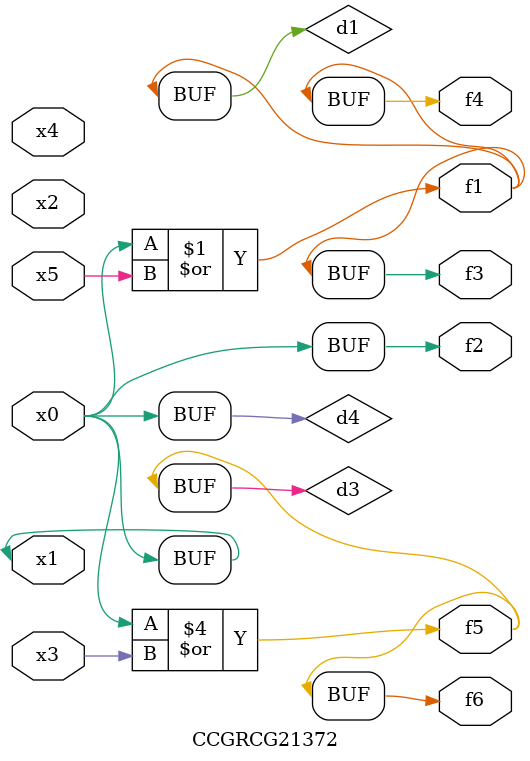
<source format=v>
module CCGRCG21372(
	input x0, x1, x2, x3, x4, x5,
	output f1, f2, f3, f4, f5, f6
);

	wire d1, d2, d3, d4;

	or (d1, x0, x5);
	xnor (d2, x1, x4);
	or (d3, x0, x3);
	buf (d4, x0, x1);
	assign f1 = d1;
	assign f2 = d4;
	assign f3 = d1;
	assign f4 = d1;
	assign f5 = d3;
	assign f6 = d3;
endmodule

</source>
